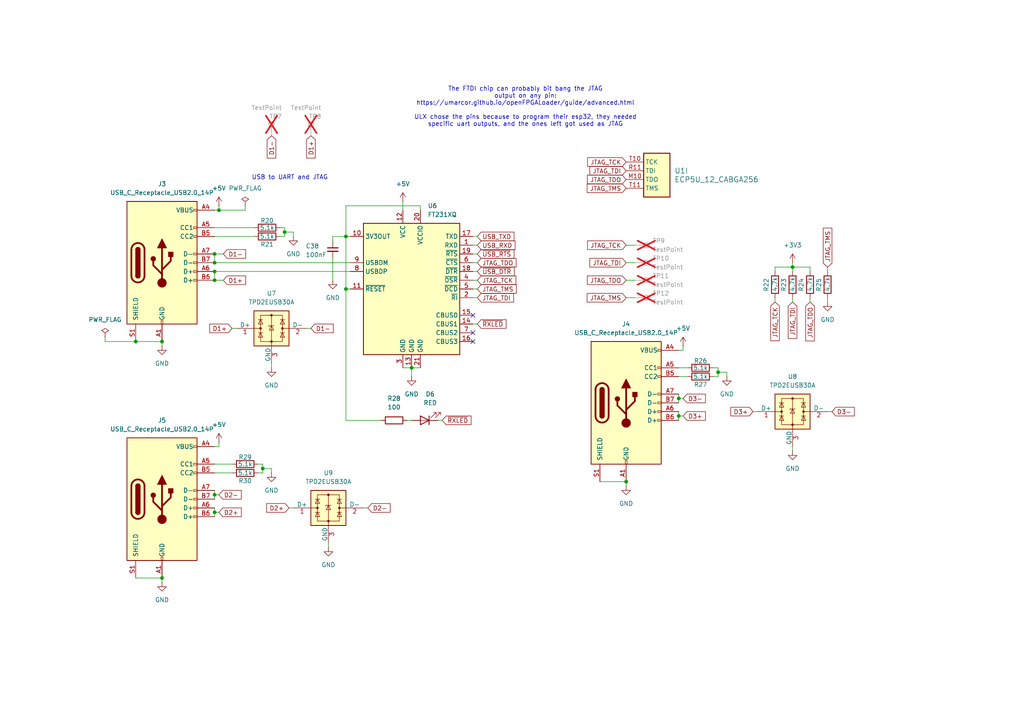
<source format=kicad_sch>
(kicad_sch (version 20250114) (generator "eeschema") (generator_version "9.0")
  (paper "A4")
  (title_block (title "Icepi zero") (date "2025-05-12") (rev "v1") (company "Chengyin Yao (cheyao)") (comment 1 "https://github.com/cheyao/icepi-zero"))
  (text "USB to UART and JTAG" (at 84.074 51.562 0) (effects (font (size 1.27 1.27))))
  (text "The FTDI chip can probably bit bang the JTAG\noutput on any pin:\nhttps://umarcor.github.io/openFPGALoader/guide/advanced.html\n\nULX chose the pins because to program their esp32, they needed\nspecific uart outputs, and the ones left got used as JTAG" (at 152.4 30.988 0) (effects (font (size 1.27 1.27))))
  (junction (at 82.55 67.31))
  (junction (at 119.38 106.68))
  (junction (at 63.5 60.96))
  (junction (at 100.33 83.82))
  (junction (at 76.2 135.89))
  (junction (at 46.99 167.64))
  (junction (at 62.23 143.51))
  (junction (at 196.85 115.57))
  (junction (at 46.99 99.06))
  (junction (at 62.23 78.74))
  (junction (at 39.37 99.06))
  (junction (at 181.61 139.7))
  (junction (at 208.28 107.95))
  (junction (at 62.23 76.2))
  (junction (at 196.85 120.65))
  (junction (at 62.23 148.59))
  (junction (at 62.23 81.28))
  (junction (at 229.87 77.47))
  (junction (at 62.23 73.66))
  (junction (at 100.33 68.58))
  (no_connect (at 137.16 99.06))
  (no_connect (at 137.16 96.52))
  (no_connect (at 137.16 91.44))
  (wire (pts (xy 224.79 86.36) (xy 224.79 87.63)))
  (wire (pts (xy 82.55 66.04) (xy 82.55 67.31)))
  (wire (pts (xy 110.49 121.92) (xy 100.33 121.92)))
  (wire (pts (xy 229.87 130.81) (xy 229.87 129.54)))
  (wire (pts (xy 83.82 147.32) (xy 85.09 147.32)))
  (wire (pts (xy 63.5 143.51) (xy 62.23 143.51)))
  (wire (pts (xy 100.33 121.92) (xy 100.33 83.82)))
  (wire (pts (xy 95.25 158.75) (xy 95.25 157.48)))
  (wire (pts (xy 198.12 100.33) (xy 198.12 101.6)))
  (wire (pts (xy 240.03 86.36) (xy 240.03 87.63)))
  (wire (pts (xy 62.23 147.32) (xy 62.23 148.59)))
  (wire (pts (xy 196.85 120.65) (xy 196.85 121.92)))
  (wire (pts (xy 198.12 115.57) (xy 196.85 115.57)))
  (wire (pts (xy 207.01 109.22) (xy 208.28 109.22)))
  (wire (pts (xy 240.03 77.47) (xy 240.03 78.74)))
  (wire (pts (xy 137.16 83.82) (xy 138.43 83.82)))
  (wire (pts (xy 240.03 119.38) (xy 241.3 119.38)))
  (wire (pts (xy 101.6 78.74) (xy 62.23 78.74)))
  (wire (pts (xy 234.95 77.47) (xy 234.95 78.74)))
  (wire (pts (xy 137.16 93.98) (xy 138.43 93.98)))
  (wire (pts (xy 224.79 77.47) (xy 224.79 78.74)))
  (wire (pts (xy 208.28 106.68) (xy 208.28 107.95)))
  (wire (pts (xy 81.28 66.04) (xy 82.55 66.04)))
  (wire (pts (xy 229.87 77.47) (xy 224.79 77.47)))
  (wire (pts (xy 63.5 128.27) (xy 63.5 129.54)))
  (wire (pts (xy 207.01 106.68) (xy 208.28 106.68)))
  (wire (pts (xy 196.85 106.68) (xy 199.39 106.68)))
  (wire (pts (xy 196.85 114.3) (xy 196.85 115.57)))
  (wire (pts (xy 116.84 106.68) (xy 119.38 106.68)))
  (wire (pts (xy 218.44 119.38) (xy 219.71 119.38)))
  (wire (pts (xy 210.82 109.22) (xy 210.82 107.95)))
  (wire (pts (xy 62.23 68.58) (xy 73.66 68.58)))
  (wire (pts (xy 137.16 78.74) (xy 138.43 78.74)))
  (wire (pts (xy 105.41 147.32) (xy 106.68 147.32)))
  (wire (pts (xy 100.33 83.82) (xy 100.33 68.58)))
  (wire (pts (xy 121.92 60.96) (xy 121.92 59.69)))
  (wire (pts (xy 85.09 68.58) (xy 85.09 67.31)))
  (wire (pts (xy 74.93 134.62) (xy 76.2 134.62)))
  (wire (pts (xy 137.16 81.28) (xy 138.43 81.28)))
  (wire (pts (xy 30.48 97.79) (xy 30.48 99.06)))
  (wire (pts (xy 78.74 105.41) (xy 78.74 106.68)))
  (wire (pts (xy 96.52 69.85) (xy 96.52 68.58)))
  (wire (pts (xy 63.5 129.54) (xy 62.23 129.54)))
  (wire (pts (xy 82.55 67.31) (xy 82.55 68.58)))
  (wire (pts (xy 76.2 135.89) (xy 76.2 137.16)))
  (wire (pts (xy 62.23 81.28) (xy 64.77 81.28)))
  (wire (pts (xy 62.23 76.2) (xy 101.6 76.2)))
  (wire (pts (xy 181.61 76.2) (xy 184.15 76.2)))
  (wire (pts (xy 71.12 60.96) (xy 63.5 60.96)))
  (wire (pts (xy 62.23 143.51) (xy 62.23 142.24)))
  (wire (pts (xy 229.87 77.47) (xy 229.87 78.74)))
  (wire (pts (xy 62.23 144.78) (xy 62.23 143.51)))
  (wire (pts (xy 62.23 148.59) (xy 62.23 149.86)))
  (wire (pts (xy 119.38 106.68) (xy 121.92 106.68)))
  (wire (pts (xy 62.23 73.66) (xy 64.77 73.66)))
  (wire (pts (xy 81.28 68.58) (xy 82.55 68.58)))
  (wire (pts (xy 196.85 115.57) (xy 196.85 116.84)))
  (wire (pts (xy 181.61 71.12) (xy 184.15 71.12)))
  (wire (pts (xy 229.87 76.2) (xy 229.87 77.47)))
  (wire (pts (xy 96.52 68.58) (xy 100.33 68.58)))
  (wire (pts (xy 116.84 58.42) (xy 116.84 60.96)))
  (wire (pts (xy 208.28 107.95) (xy 208.28 109.22)))
  (wire (pts (xy 74.93 137.16) (xy 76.2 137.16)))
  (wire (pts (xy 137.16 76.2) (xy 138.43 76.2)))
  (wire (pts (xy 62.23 134.62) (xy 67.31 134.62)))
  (wire (pts (xy 62.23 148.59) (xy 63.5 148.59)))
  (wire (pts (xy 100.33 59.69) (xy 100.33 68.58)))
  (wire (pts (xy 118.11 121.92) (xy 119.38 121.92)))
  (wire (pts (xy 63.5 59.69) (xy 63.5 60.96)))
  (wire (pts (xy 127 121.92) (xy 128.27 121.92)))
  (wire (pts (xy 208.28 107.95) (xy 210.82 107.95)))
  (wire (pts (xy 88.9 95.25) (xy 90.17 95.25)))
  (wire (pts (xy 78.74 137.16) (xy 78.74 135.89)))
  (wire (pts (xy 181.61 139.7) (xy 181.61 140.97)))
  (wire (pts (xy 62.23 137.16) (xy 67.31 137.16)))
  (wire (pts (xy 39.37 99.06) (xy 46.99 99.06)))
  (wire (pts (xy 229.87 86.36) (xy 229.87 87.63)))
  (wire (pts (xy 67.31 95.25) (xy 68.58 95.25)))
  (wire (pts (xy 96.52 74.93) (xy 96.52 81.28)))
  (wire (pts (xy 46.99 167.64) (xy 46.99 168.91)))
  (wire (pts (xy 76.2 134.62) (xy 76.2 135.89)))
  (wire (pts (xy 137.16 73.66) (xy 138.43 73.66)))
  (wire (pts (xy 119.38 109.22) (xy 119.38 106.68)))
  (wire (pts (xy 100.33 68.58) (xy 101.6 68.58)))
  (wire (pts (xy 62.23 66.04) (xy 73.66 66.04)))
  (wire (pts (xy 196.85 120.65) (xy 198.12 120.65)))
  (wire (pts (xy 82.55 67.31) (xy 85.09 67.31)))
  (wire (pts (xy 76.2 135.89) (xy 78.74 135.89)))
  (wire (pts (xy 229.87 77.47) (xy 234.95 77.47)))
  (wire (pts (xy 46.99 99.06) (xy 46.99 100.33)))
  (wire (pts (xy 63.5 60.96) (xy 62.23 60.96)))
  (wire (pts (xy 196.85 109.22) (xy 199.39 109.22)))
  (wire (pts (xy 198.12 101.6) (xy 196.85 101.6)))
  (wire (pts (xy 101.6 83.82) (xy 100.33 83.82)))
  (wire (pts (xy 196.85 119.38) (xy 196.85 120.65)))
  (wire (pts (xy 62.23 73.66) (xy 62.23 76.2)))
  (wire (pts (xy 39.37 167.64) (xy 46.99 167.64)))
  (wire (pts (xy 62.23 78.74) (xy 62.23 81.28)))
  (wire (pts (xy 137.16 71.12) (xy 138.43 71.12)))
  (wire (pts (xy 71.12 59.69) (xy 71.12 60.96)))
  (wire (pts (xy 234.95 86.36) (xy 234.95 87.63)))
  (wire (pts (xy 181.61 86.36) (xy 184.15 86.36)))
  (wire (pts (xy 137.16 68.58) (xy 138.43 68.58)))
  (wire (pts (xy 30.48 99.06) (xy 39.37 99.06)))
  (wire (pts (xy 173.99 139.7) (xy 181.61 139.7)))
  (wire (pts (xy 121.92 59.69) (xy 100.33 59.69)))
  (wire (pts (xy 137.16 86.36) (xy 138.43 86.36)))
  (wire (pts (xy 181.61 81.28) (xy 184.15 81.28)))
  (global_label "USB_TXD" (shape input) (at 138.43 68.58 0) (property "Intersheetrefs" "${INTERSHEET_REFS}" (effects (hide yes))))
  (global_label "D2-" (shape input) (at 63.5 143.51 0) (property "Intersheetrefs" "${INTERSHEET_REFS}" (effects (hide yes))))
  (global_label "USB_RXD" (shape input) (at 138.43 71.12 0) (property "Intersheetrefs" "${INTERSHEET_REFS}" (effects (hide yes))))
  (global_label "JTAG_TDO" (shape input) (at 181.61 81.28 180) (property "Intersheetrefs" "${INTERSHEET_REFS}" (effects (hide yes))))
  (global_label "~{RXLED}" (shape input) (at 128.27 121.92 0) (property "Intersheetrefs" "${INTERSHEET_REFS}" (effects (hide yes))))
  (global_label "JTAG_TCK" (shape input) (at 138.43 81.28 0) (property "Intersheetrefs" "${INTERSHEET_REFS}" (effects (hide yes))))
  (global_label "JTAG_TMS" (shape input) (at 138.43 83.82 0) (property "Intersheetrefs" "${INTERSHEET_REFS}" (effects (hide yes))))
  (global_label "D3-" (shape input) (at 241.3 119.38 0) (property "Intersheetrefs" "${INTERSHEET_REFS}" (effects (hide yes))))
  (global_label "JTAG_TDO" (shape input) (at 138.43 76.2 0) (property "Intersheetrefs" "${INTERSHEET_REFS}" (effects (hide yes))))
  (global_label "D3-" (shape input) (at 198.12 115.57 0) (property "Intersheetrefs" "${INTERSHEET_REFS}" (effects (hide yes))))
  (global_label "D3+" (shape input) (at 198.12 120.65 0) (property "Intersheetrefs" "${INTERSHEET_REFS}" (effects (hide yes))))
  (global_label "D2-" (shape input) (at 106.68 147.32 0) (property "Intersheetrefs" "${INTERSHEET_REFS}" (effects (hide yes))))
  (global_label "JTAG_TMS" (shape input) (at 240.03 77.47 90) (property "Intersheetrefs" "${INTERSHEET_REFS}" (effects (hide yes))))
  (global_label "JTAG_TDI" (shape input) (at 138.43 86.36 0) (property "Intersheetrefs" "${INTERSHEET_REFS}" (effects (hide yes))))
  (global_label "JTAG_TDI" (shape input) (at 181.61 49.53 180) (property "Intersheetrefs" "${INTERSHEET_REFS}" (effects (hide yes))))
  (global_label "D2+" (shape input) (at 83.82 147.32 180) (property "Intersheetrefs" "${INTERSHEET_REFS}" (effects (hide yes))))
  (global_label "JTAG_TCK" (shape input) (at 224.79 87.63 270) (property "Intersheetrefs" "${INTERSHEET_REFS}" (effects (hide yes))))
  (global_label "D1+" (shape input) (at 64.77 81.28 0) (property "Intersheetrefs" "${INTERSHEET_REFS}" (effects (hide yes))))
  (global_label "JTAG_TDI" (shape input) (at 229.87 87.63 270) (property "Intersheetrefs" "${INTERSHEET_REFS}" (effects (hide yes))))
  (global_label "JTAG_TMS" (shape input) (at 181.61 86.36 180) (property "Intersheetrefs" "${INTERSHEET_REFS}" (effects (hide yes))))
  (global_label "JTAG_TDO" (shape input) (at 181.61 52.07 180) (property "Intersheetrefs" "${INTERSHEET_REFS}" (effects (hide yes))))
  (global_label "D3+" (shape input) (at 218.44 119.38 180) (property "Intersheetrefs" "${INTERSHEET_REFS}" (effects (hide yes))))
  (global_label "~{USB_RTS}" (shape input) (at 138.43 73.66 0) (property "Intersheetrefs" "${INTERSHEET_REFS}" (effects (hide yes))))
  (global_label "D1-" (shape input) (at 64.77 73.66 0) (property "Intersheetrefs" "${INTERSHEET_REFS}" (effects (hide yes))))
  (global_label "D1+" (shape input) (at 90.17 39.37 270) (property "Intersheetrefs" "${INTERSHEET_REFS}" (effects (hide yes))))
  (global_label "JTAG_TMS" (shape input) (at 181.61 54.61 180) (property "Intersheetrefs" "${INTERSHEET_REFS}" (effects (hide yes))))
  (global_label "~{RXLED}" (shape input) (at 138.43 93.98 0) (property "Intersheetrefs" "${INTERSHEET_REFS}" (effects (hide yes))))
  (global_label "JTAG_TCK" (shape input) (at 181.61 46.99 180) (property "Intersheetrefs" "${INTERSHEET_REFS}" (effects (hide yes))))
  (global_label "JTAG_TDI" (shape input) (at 181.61 76.2 180) (property "Intersheetrefs" "${INTERSHEET_REFS}" (effects (hide yes))))
  (global_label "D1-" (shape input) (at 90.17 95.25 0) (property "Intersheetrefs" "${INTERSHEET_REFS}" (effects (hide yes))))
  (global_label "JTAG_TCK" (shape input) (at 181.61 71.12 180) (property "Intersheetrefs" "${INTERSHEET_REFS}" (effects (hide yes))))
  (global_label "JTAG_TDO" (shape input) (at 234.95 87.63 270) (property "Intersheetrefs" "${INTERSHEET_REFS}" (effects (hide yes))))
  (global_label "D1-" (shape input) (at 78.74 39.37 270) (property "Intersheetrefs" "${INTERSHEET_REFS}" (effects (hide yes))))
  (global_label "D2+" (shape input) (at 63.5 148.59 0) (property "Intersheetrefs" "${INTERSHEET_REFS}" (effects (hide yes))))
  (global_label "D1+" (shape input) (at 67.31 95.25 180) (property "Intersheetrefs" "${INTERSHEET_REFS}" (effects (hide yes))))
  (global_label "~{USB_DTR}" (shape input) (at 138.43 78.74 0) (property "Intersheetrefs" "${INTERSHEET_REFS}" (effects (hide yes))))
  (symbol (lib_id "josh:ECP5U_12_CABGA256") (at 189.23 50.8 0) (unit 9)
    (property "Reference" "U1" (at 195.58 49.5299 0) (effects (font (size 1.524 1.524)) (justify left)))
    (property "Value" "ECP5U_12_CABGA256" (at 195.58 52.0699 0) (effects (font (size 1.524 1.524)) (justify left)))
    (property "Footprint" "Package_BGA:BGA-256_14.0x14.0mm_Layout16x16_P0.8mm_Ball0.45mm_Pad0.32mm_NSMD" (effects (hide yes)))
    (property "Datasheet" "https://www.lcsc.com/datasheet/lcsc_datasheet_2411220131_Lattice-LFE5U-25F-6BG256C_C1521614.pdf" (effects (hide yes)))
    (property "LCSC Part #" "C1521614" (effects (hide yes)))
  )
  (symbol (lib_id "Connector:USB_C_Receptacle_USB2.0_14P") (at 181.61 116.84 0) (unit 1)
    (property "Reference" "J4" (at 181.61 93.98 0))
    (property "Value" "USB_C_Receptacle_USB2.0_14P" (at 181.61 96.52 0))
    (property "Footprint" "Connector_USB:USB_C_Receptacle_GCT_USB4105-xx-A_16P_TopMnt_Horizontal" (effects (hide yes)))
    (property "Datasheet" "https://www.usb.org/sites/default/files/documents/usb_type-c.zip" (effects (hide yes)))
    (property "Description" "USB 2.0-only 14P Type-C Receptacle connector" (effects (hide yes)))
    (property "LCSC Part #" "C2765186" (effects (hide yes)))
  )
  (symbol (lib_id "Power_Protection:TPD2EUSB30A") (at 78.74 95.25 0) (unit 1)
    (property "Reference" "U7" (at 78.74 85.09 0))
    (property "Value" "TPD2EUSB30A" (at 78.74 87.63 0))
    (property "Footprint" "Package_TO_SOT_SMD:Texas_DRT-3" (effects (hide yes)))
    (property "Datasheet" "http://www.ti.com/lit/ds/symlink/tpd2eusb30a.pdf" (effects (hide yes)))
    (property "Description" "2-Channel ESD Protection for Super-Speed USB 3.0 Interface, DRT-3" (effects (hide yes)))
    (property "LCSC Part #" "C3011197" (effects (hide yes)))
  )
  (symbol (lib_id "power:GND") (at 78.74 137.16 0) (unit 1)
    (property "Reference" "#PWR067" (effects (hide yes)))
    (property "Value" "GND" (at 78.74 142.24 0))
    (property "Description" "Power symbol creates a global label with name \"GND\" , ground" (effects (hide yes)))
  )
  (symbol (lib_id "power:+5V") (at 116.84 58.42 0) (unit 1)
    (property "Reference" "#PWR054" (effects (hide yes)))
    (property "Value" "+5V" (at 116.84 53.34 0))
    (property "Description" "Power symbol creates a global label with name \"+5V\"" (effects (hide yes)))
  )
  (symbol (lib_id "power:GND") (at 210.82 109.22 0) (unit 1)
    (property "Reference" "#PWR064" (effects (hide yes)))
    (property "Value" "GND" (at 210.82 114.3 0))
    (property "Description" "Power symbol creates a global label with name \"GND\" , ground" (effects (hide yes)))
  )
  (symbol (lib_id "Connector:TestPoint") (at 184.15 76.2 270) (unit 1) (dnp yes)
    (property "Reference" "TP10" (at 189.23 74.9299 90) (effects (justify left)))
    (property "Value" "TestPoint" (at 189.23 77.4699 90) (effects (justify left)))
    (property "Footprint" "TestPoint:TestPoint_Pad_D1.0mm" (effects (hide yes)))
    (property "Description" "test point" (effects (hide yes)))
  )
  (symbol (lib_id "power:GND") (at 181.61 140.97 0) (unit 1)
    (property "Reference" "#PWR068" (effects (hide yes)))
    (property "Value" "GND" (at 181.61 146.05 0))
    (property "Description" "Power symbol creates a global label with name \"GND\" , ground" (effects (hide yes)))
  )
  (symbol (lib_id "power:GND") (at 46.99 100.33 0) (unit 1)
    (property "Reference" "#PWR060" (effects (hide yes)))
    (property "Value" "GND" (at 46.99 105.41 0))
    (property "Description" "Power symbol creates a global label with name \"GND\" , ground" (effects (hide yes)))
  )
  (symbol (lib_id "Connector:USB_C_Receptacle_USB2.0_14P") (at 46.99 76.2 0) (unit 1)
    (property "Reference" "J3" (at 46.99 53.34 0))
    (property "Value" "USB_C_Receptacle_USB2.0_14P" (at 46.99 55.88 0))
    (property "Footprint" "Connector_USB:USB_C_Receptacle_GCT_USB4105-xx-A_16P_TopMnt_Horizontal" (effects (hide yes)))
    (property "Datasheet" "https://www.usb.org/sites/default/files/documents/usb_type-c.zip" (effects (hide yes)))
    (property "Description" "USB 2.0-only 14P Type-C Receptacle connector" (effects (hide yes)))
    (property "LCSC Part #" "C2765186" (effects (hide yes)))
  )
  (symbol (lib_id "power:GND") (at 119.38 109.22 0) (unit 1)
    (property "Reference" "#PWR063" (effects (hide yes)))
    (property "Value" "GND" (at 119.38 114.3 0))
    (property "Description" "Power symbol creates a global label with name \"GND\" , ground" (effects (hide yes)))
  )
  (symbol (lib_id "Device:R") (at 203.2 109.22 270) (unit 1)
    (property "Reference" "R27" (at 203.2 111.506 90))
    (property "Value" "5.1k" (at 203.2 109.22 90))
    (property "Footprint" "Resistor_SMD:R_0402_1005Metric" (effects (hide yes)))
    (property "Description" "Resistor" (effects (hide yes)))
    (property "LCSC Part #" "C25905 " (effects (hide yes)))
  )
  (symbol (lib_id "Device:R") (at 234.95 82.55 0) (unit 1)
    (property "Reference" "R24" (at 232.41 84.582 90) (effects (justify left)))
    (property "Value" "4.7k" (at 234.95 84.582 90) (effects (justify left)))
    (property "Footprint" "Resistor_SMD:R_0402_1005Metric" (effects (hide yes)))
    (property "Description" "Resistor" (effects (hide yes)))
    (property "LCSC Part #" "C25900 " (effects (hide yes)))
  )
  (symbol (lib_id "Device:C_Small") (at 96.52 72.39 0) (unit 1)
    (property "Reference" "C38" (at 88.646 71.374 0) (effects (justify left)))
    (property "Value" "100nF" (at 88.646 73.914 0) (effects (justify left)))
    (property "Footprint" "Capacitor_SMD:C_0402_1005Metric" (effects (hide yes)))
    (property "Description" "Unpolarized capacitor, small symbol" (effects (hide yes)))
    (property "LCSC Part #" "C307331 " (effects (hide yes)))
  )
  (symbol (lib_id "Device:R") (at 229.87 82.55 0) (unit 1)
    (property "Reference" "R23" (at 227.33 84.582 90) (effects (justify left)))
    (property "Value" "4.7k" (at 229.87 84.582 90) (effects (justify left)))
    (property "Footprint" "Resistor_SMD:R_0402_1005Metric" (effects (hide yes)))
    (property "Description" "Resistor" (effects (hide yes)))
    (property "LCSC Part #" "C25900 " (effects (hide yes)))
  )
  (symbol (lib_id "Connector:TestPoint") (at 90.17 39.37 0) (unit 1) (dnp yes)
    (property "Reference" "TP8" (at 93.218 33.782 0) (effects (justify right)))
    (property "Value" "TestPoint" (at 93.218 31.242 0) (effects (justify right)))
    (property "Footprint" "TestPoint:TestPoint_Pad_D2.0mm" (effects (hide yes)))
    (property "Description" "test point" (effects (hide yes)))
  )
  (symbol (lib_id "power:GND") (at 85.09 68.58 0) (unit 1)
    (property "Reference" "#PWR056" (effects (hide yes)))
    (property "Value" "GND" (at 85.09 73.66 0))
    (property "Description" "Power symbol creates a global label with name \"GND\" , ground" (effects (hide yes)))
  )
  (symbol (lib_id "power:GND") (at 96.52 81.28 0) (unit 1)
    (property "Reference" "#PWR058" (effects (hide yes)))
    (property "Value" "GND" (at 96.52 86.36 0))
    (property "Description" "Power symbol creates a global label with name \"GND\" , ground" (effects (hide yes)))
  )
  (symbol (lib_id "Device:LED") (at 123.19 121.92 180) (unit 1)
    (property "Reference" "D6" (at 124.7775 114.3 0))
    (property "Value" "RED" (at 124.7775 116.84 0))
    (property "Footprint" "LED_SMD:LED_0603_1608Metric" (effects (hide yes)))
    (property "Description" "Light emitting diode" (effects (hide yes)))
    (property "Sim.Pins" "1=K 2=A" (effects (hide yes)))
    (property "LCSC Part #" "C2286 " (effects (hide yes)))
  )
  (symbol (lib_id "power:+5V") (at 198.12 100.33 0) (unit 1)
    (property "Reference" "#PWR061" (effects (hide yes)))
    (property "Value" "+5V" (at 198.12 95.25 0))
    (property "Description" "Power symbol creates a global label with name \"+5V\"" (effects (hide yes)))
  )
  (symbol (lib_id "power:GND") (at 78.74 106.68 0) (unit 1)
    (property "Reference" "#PWR062" (effects (hide yes)))
    (property "Value" "GND" (at 78.74 111.76 0))
    (property "Description" "Power symbol creates a global label with name \"GND\" , ground" (effects (hide yes)))
  )
  (symbol (lib_id "Device:R") (at 114.3 121.92 90) (unit 1)
    (property "Reference" "R28" (at 114.3 115.57 90))
    (property "Value" "100" (at 114.3 118.11 90))
    (property "Footprint" "Resistor_SMD:R_0402_1005Metric" (effects (hide yes)))
    (property "Description" "Resistor" (effects (hide yes)))
    (property "LCSC Part #" "C25076 " (effects (hide yes)))
  )
  (symbol (lib_id "Interface_USB:FT231XQ") (at 119.38 83.82 0) (unit 1)
    (property "Reference" "U6" (at 124.0633 59.69 0) (effects (justify left)))
    (property "Value" "FT231XQ" (at 124.0633 62.23 0) (effects (justify left)))
    (property "Footprint" "Package_DFN_QFN:QFN-20-1EP_4x4mm_P0.5mm_EP2.5x2.5mm" (effects (hide yes)))
    (property "Datasheet" "https://www.ftdichip.com/Support/Documents/DataSheets/ICs/DS_FT231X.pdf" (effects (hide yes)))
    (property "Description" "Full Speed USB to Full Handshake UART, QFN-20" (effects (hide yes)))
    (property "LCSC Part #" "C132159" (effects (hide yes)))
  )
  (symbol (lib_id "Power_Protection:TPD2EUSB30A") (at 95.25 147.32 0) (unit 1)
    (property "Reference" "U9" (at 95.25 137.16 0))
    (property "Value" "TPD2EUSB30A" (at 95.25 139.7 0))
    (property "Footprint" "Package_TO_SOT_SMD:Texas_DRT-3" (effects (hide yes)))
    (property "Datasheet" "http://www.ti.com/lit/ds/symlink/tpd2eusb30a.pdf" (effects (hide yes)))
    (property "Description" "2-Channel ESD Protection for Super-Speed USB 3.0 Interface, DRT-3" (effects (hide yes)))
    (property "LCSC Part #" "C3011197" (effects (hide yes)))
  )
  (symbol (lib_id "Device:R") (at 77.47 68.58 270) (unit 1)
    (property "Reference" "R21" (at 77.47 70.866 90))
    (property "Value" "5.1k" (at 77.47 68.58 90))
    (property "Footprint" "Resistor_SMD:R_0402_1005Metric" (effects (hide yes)))
    (property "Description" "Resistor" (effects (hide yes)))
    (property "LCSC Part #" "C25905 " (effects (hide yes)))
  )
  (symbol (lib_id "Device:R") (at 240.03 82.55 0) (unit 1)
    (property "Reference" "R25" (at 237.49 84.582 90) (effects (justify left)))
    (property "Value" "4.7k" (at 240.03 84.582 90) (effects (justify left)))
    (property "Footprint" "Resistor_SMD:R_0402_1005Metric" (effects (hide yes)))
    (property "Description" "Resistor" (effects (hide yes)))
    (property "LCSC Part #" "C25900 " (effects (hide yes)))
  )
  (symbol (lib_id "power:PWR_FLAG") (at 30.48 97.79 0) (unit 1)
    (property "Reference" "#FLG07" (effects (hide yes)))
    (property "Value" "PWR_FLAG" (at 30.48 92.71 0))
    (property "Description" "Special symbol for telling ERC where power comes from" (effects (hide yes)))
  )
  (symbol (lib_id "power:+5V") (at 63.5 128.27 0) (unit 1)
    (property "Reference" "#PWR065" (effects (hide yes)))
    (property "Value" "+5V" (at 63.5 123.19 0))
    (property "Description" "Power symbol creates a global label with name \"+5V\"" (effects (hide yes)))
  )
  (symbol (lib_id "Connector:TestPoint") (at 184.15 81.28 270) (unit 1) (dnp yes)
    (property "Reference" "TP11" (at 189.23 80.0099 90) (effects (justify left)))
    (property "Value" "TestPoint" (at 189.23 82.5499 90) (effects (justify left)))
    (property "Footprint" "TestPoint:TestPoint_Pad_D1.0mm" (effects (hide yes)))
    (property "Description" "test point" (effects (hide yes)))
  )
  (symbol (lib_id "power:GND") (at 240.03 87.63 0) (unit 1)
    (property "Reference" "#PWR059" (effects (hide yes)))
    (property "Value" "GND" (at 240.03 92.71 0))
    (property "Description" "Power symbol creates a global label with name \"GND\" , ground" (effects (hide yes)))
  )
  (symbol (lib_id "power:GND") (at 46.99 168.91 0) (unit 1)
    (property "Reference" "#PWR070" (effects (hide yes)))
    (property "Value" "GND" (at 46.99 173.99 0))
    (property "Description" "Power symbol creates a global label with name \"GND\" , ground" (effects (hide yes)))
  )
  (symbol (lib_id "power:+5V") (at 63.5 59.69 0) (unit 1)
    (property "Reference" "#PWR055" (effects (hide yes)))
    (property "Value" "+5V" (at 63.5 54.61 0))
    (property "Description" "Power symbol creates a global label with name \"+5V\"" (effects (hide yes)))
  )
  (symbol (lib_id "power:GND") (at 95.25 158.75 0) (unit 1)
    (property "Reference" "#PWR069" (effects (hide yes)))
    (property "Value" "GND" (at 95.25 163.83 0))
    (property "Description" "Power symbol creates a global label with name \"GND\" , ground" (effects (hide yes)))
  )
  (symbol (lib_id "Connector:TestPoint") (at 184.15 86.36 270) (unit 1) (dnp yes)
    (property "Reference" "TP12" (at 189.23 85.0899 90) (effects (justify left)))
    (property "Value" "TestPoint" (at 189.23 87.6299 90) (effects (justify left)))
    (property "Footprint" "TestPoint:TestPoint_Pad_D1.0mm" (effects (hide yes)))
    (property "Description" "test point" (effects (hide yes)))
  )
  (symbol (lib_id "Power_Protection:TPD2EUSB30A") (at 229.87 119.38 0) (unit 1)
    (property "Reference" "U8" (at 229.87 109.22 0))
    (property "Value" "TPD2EUSB30A" (at 229.87 111.76 0))
    (property "Footprint" "Package_TO_SOT_SMD:Texas_DRT-3" (effects (hide yes)))
    (property "Datasheet" "http://www.ti.com/lit/ds/symlink/tpd2eusb30a.pdf" (effects (hide yes)))
    (property "Description" "2-Channel ESD Protection for Super-Speed USB 3.0 Interface, DRT-3" (effects (hide yes)))
    (property "LCSC Part #" "C3011197" (effects (hide yes)))
  )
  (symbol (lib_id "Connector:TestPoint") (at 184.15 71.12 270) (unit 1) (dnp yes)
    (property "Reference" "TP9" (at 189.23 69.8499 90) (effects (justify left)))
    (property "Value" "TestPoint" (at 189.23 72.3899 90) (effects (justify left)))
    (property "Footprint" "TestPoint:TestPoint_Pad_D1.0mm" (effects (hide yes)))
    (property "Description" "test point" (effects (hide yes)))
  )
  (symbol (lib_id "Device:R") (at 203.2 106.68 90) (unit 1)
    (property "Reference" "R26" (at 203.2 104.648 90))
    (property "Value" "5.1k" (at 203.2 106.68 90))
    (property "Footprint" "Resistor_SMD:R_0402_1005Metric" (effects (hide yes)))
    (property "Description" "Resistor" (effects (hide yes)))
    (property "LCSC Part #" "C25905 " (effects (hide yes)))
  )
  (symbol (lib_id "Device:R") (at 224.79 82.55 0) (unit 1)
    (property "Reference" "R22" (at 222.25 84.582 90) (effects (justify left)))
    (property "Value" "4.7k" (at 224.79 84.582 90) (effects (justify left)))
    (property "Footprint" "Resistor_SMD:R_0402_1005Metric" (effects (hide yes)))
    (property "Description" "Resistor" (effects (hide yes)))
    (property "LCSC Part #" "C25900 " (effects (hide yes)))
  )
  (symbol (lib_id "power:PWR_FLAG") (at 71.12 59.69 0) (unit 1)
    (property "Reference" "#FLG06" (effects (hide yes)))
    (property "Value" "PWR_FLAG" (at 71.12 54.61 0))
    (property "Description" "Special symbol for telling ERC where power comes from" (effects (hide yes)))
  )
  (symbol (lib_id "Connector:TestPoint") (at 78.74 39.37 0) (unit 1) (dnp yes)
    (property "Reference" "TP7" (at 81.788 33.782 0) (effects (justify right)))
    (property "Value" "TestPoint" (at 81.788 31.242 0) (effects (justify right)))
    (property "Footprint" "TestPoint:TestPoint_Pad_D2.0mm" (effects (hide yes)))
    (property "Description" "test point" (effects (hide yes)))
  )
  (symbol (lib_id "Device:R") (at 71.12 137.16 270) (unit 1)
    (property "Reference" "R30" (at 71.12 139.446 90))
    (property "Value" "5.1k" (at 71.12 137.16 90))
    (property "Footprint" "Resistor_SMD:R_0402_1005Metric" (effects (hide yes)))
    (property "Description" "Resistor" (effects (hide yes)))
    (property "LCSC Part #" "C25905 " (effects (hide yes)))
  )
  (symbol (lib_id "Device:R") (at 71.12 134.62 90) (unit 1)
    (property "Reference" "R29" (at 71.12 132.588 90))
    (property "Value" "5.1k" (at 71.12 134.62 90))
    (property "Footprint" "Resistor_SMD:R_0402_1005Metric" (effects (hide yes)))
    (property "Description" "Resistor" (effects (hide yes)))
    (property "LCSC Part #" "C25905 " (effects (hide yes)))
  )
  (symbol (lib_id "power:+3V3") (at 229.87 76.2 0) (unit 1)
    (property "Reference" "#PWR057" (effects (hide yes)))
    (property "Value" "+3V3" (at 229.87 71.12 0))
    (property "Description" "Power symbol creates a global label with name \"+3V3\"" (effects (hide yes)))
  )
  (symbol (lib_id "Device:R") (at 77.47 66.04 90) (unit 1)
    (property "Reference" "R20" (at 77.47 64.008 90))
    (property "Value" "5.1k" (at 77.47 66.04 90))
    (property "Footprint" "Resistor_SMD:R_0402_1005Metric" (effects (hide yes)))
    (property "Description" "Resistor" (effects (hide yes)))
    (property "LCSC Part #" "C25905 " (effects (hide yes)))
  )
  (symbol (lib_id "Connector:USB_C_Receptacle_USB2.0_14P") (at 46.99 144.78 0) (unit 1)
    (property "Reference" "J5" (at 46.99 121.92 0))
    (property "Value" "USB_C_Receptacle_USB2.0_14P" (at 46.99 124.46 0))
    (property "Footprint" "Connector_USB:USB_C_Receptacle_GCT_USB4105-xx-A_16P_TopMnt_Horizontal" (effects (hide yes)))
    (property "Datasheet" "https://www.usb.org/sites/default/files/documents/usb_type-c.zip" (effects (hide yes)))
    (property "Description" "USB 2.0-only 14P Type-C Receptacle connector" (effects (hide yes)))
    (property "LCSC Part #" "C2765186" (effects (hide yes)))
  )
  (symbol (lib_id "power:GND") (at 229.87 130.81 0) (unit 1)
    (property "Reference" "#PWR066" (effects (hide yes)))
    (property "Value" "GND" (at 229.87 135.89 0))
    (property "Description" "Power symbol creates a global label with name \"GND\" , ground" (effects (hide yes)))
  )
)
</source>
